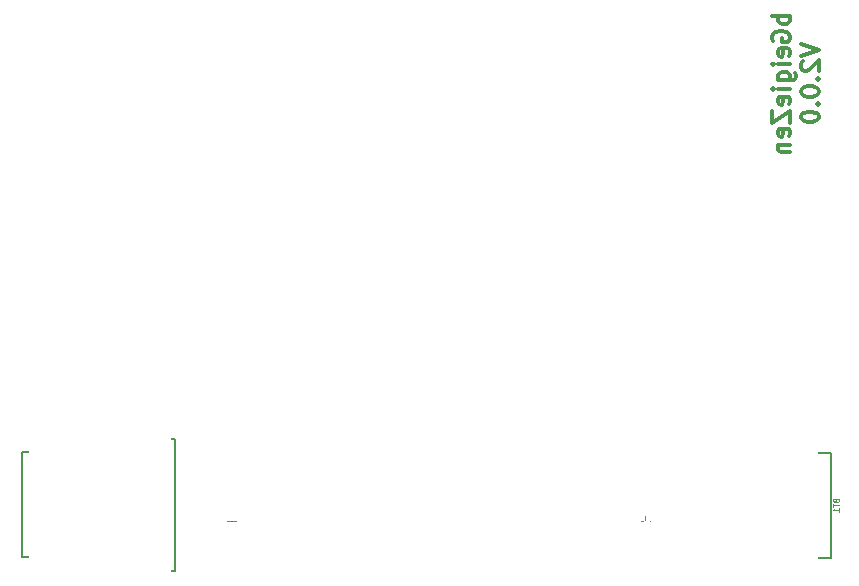
<source format=gbo>
G04 #@! TF.GenerationSoftware,KiCad,Pcbnew,6.99.0-unknown-fe82f2dd40~146~ubuntu20.04.1*
G04 #@! TF.CreationDate,2022-02-10T10:32:34+09:00*
G04 #@! TF.ProjectId,bGeigieZen V2,62476569-6769-4655-9a65-6e2056322e6b,V2.0.0*
G04 #@! TF.SameCoordinates,Original*
G04 #@! TF.FileFunction,Legend,Bot*
G04 #@! TF.FilePolarity,Positive*
%FSLAX46Y46*%
G04 Gerber Fmt 4.6, Leading zero omitted, Abs format (unit mm)*
G04 Created by KiCad (PCBNEW 6.99.0-unknown-fe82f2dd40~146~ubuntu20.04.1) date 2022-02-10 10:32:34*
%MOMM*%
%LPD*%
G01*
G04 APERTURE LIST*
%ADD10C,0.300000*%
%ADD11C,0.050000*%
%ADD12C,0.203200*%
%ADD13C,1.879600*%
%ADD14C,3.200000*%
%ADD15R,1.700000X1.700000*%
%ADD16O,1.700000X1.700000*%
%ADD17C,3.203200*%
%ADD18R,1.800000X1.717500*%
%ADD19O,1.800000X1.717500*%
%ADD20C,1.700000*%
%ADD21C,2.743200*%
%ADD22R,12.000000X12.000000*%
G04 APERTURE END LIST*
D10*
X208099171Y-75696285D02*
X206599171Y-75696285D01*
X207170600Y-75696285D02*
X207099171Y-75839143D01*
X207099171Y-75839143D02*
X207099171Y-76124857D01*
X207099171Y-76124857D02*
X207170600Y-76267714D01*
X207170600Y-76267714D02*
X207242028Y-76339143D01*
X207242028Y-76339143D02*
X207384885Y-76410571D01*
X207384885Y-76410571D02*
X207813457Y-76410571D01*
X207813457Y-76410571D02*
X207956314Y-76339143D01*
X207956314Y-76339143D02*
X208027742Y-76267714D01*
X208027742Y-76267714D02*
X208099171Y-76124857D01*
X208099171Y-76124857D02*
X208099171Y-75839143D01*
X208099171Y-75839143D02*
X208027742Y-75696285D01*
X206670600Y-77839143D02*
X206599171Y-77696286D01*
X206599171Y-77696286D02*
X206599171Y-77482000D01*
X206599171Y-77482000D02*
X206670600Y-77267714D01*
X206670600Y-77267714D02*
X206813457Y-77124857D01*
X206813457Y-77124857D02*
X206956314Y-77053428D01*
X206956314Y-77053428D02*
X207242028Y-76982000D01*
X207242028Y-76982000D02*
X207456314Y-76982000D01*
X207456314Y-76982000D02*
X207742028Y-77053428D01*
X207742028Y-77053428D02*
X207884885Y-77124857D01*
X207884885Y-77124857D02*
X208027742Y-77267714D01*
X208027742Y-77267714D02*
X208099171Y-77482000D01*
X208099171Y-77482000D02*
X208099171Y-77624857D01*
X208099171Y-77624857D02*
X208027742Y-77839143D01*
X208027742Y-77839143D02*
X207956314Y-77910571D01*
X207956314Y-77910571D02*
X207456314Y-77910571D01*
X207456314Y-77910571D02*
X207456314Y-77624857D01*
X208027742Y-79124857D02*
X208099171Y-78982000D01*
X208099171Y-78982000D02*
X208099171Y-78696286D01*
X208099171Y-78696286D02*
X208027742Y-78553428D01*
X208027742Y-78553428D02*
X207884885Y-78482000D01*
X207884885Y-78482000D02*
X207313457Y-78482000D01*
X207313457Y-78482000D02*
X207170600Y-78553428D01*
X207170600Y-78553428D02*
X207099171Y-78696286D01*
X207099171Y-78696286D02*
X207099171Y-78982000D01*
X207099171Y-78982000D02*
X207170600Y-79124857D01*
X207170600Y-79124857D02*
X207313457Y-79196286D01*
X207313457Y-79196286D02*
X207456314Y-79196286D01*
X207456314Y-79196286D02*
X207599171Y-78482000D01*
X208099171Y-79839142D02*
X207099171Y-79839142D01*
X206599171Y-79839142D02*
X206670600Y-79767714D01*
X206670600Y-79767714D02*
X206742028Y-79839142D01*
X206742028Y-79839142D02*
X206670600Y-79910571D01*
X206670600Y-79910571D02*
X206599171Y-79839142D01*
X206599171Y-79839142D02*
X206742028Y-79839142D01*
X207099171Y-81196286D02*
X208313457Y-81196286D01*
X208313457Y-81196286D02*
X208456314Y-81124857D01*
X208456314Y-81124857D02*
X208527742Y-81053428D01*
X208527742Y-81053428D02*
X208599171Y-80910571D01*
X208599171Y-80910571D02*
X208599171Y-80696286D01*
X208599171Y-80696286D02*
X208527742Y-80553428D01*
X208027742Y-81196286D02*
X208099171Y-81053428D01*
X208099171Y-81053428D02*
X208099171Y-80767714D01*
X208099171Y-80767714D02*
X208027742Y-80624857D01*
X208027742Y-80624857D02*
X207956314Y-80553428D01*
X207956314Y-80553428D02*
X207813457Y-80482000D01*
X207813457Y-80482000D02*
X207384885Y-80482000D01*
X207384885Y-80482000D02*
X207242028Y-80553428D01*
X207242028Y-80553428D02*
X207170600Y-80624857D01*
X207170600Y-80624857D02*
X207099171Y-80767714D01*
X207099171Y-80767714D02*
X207099171Y-81053428D01*
X207099171Y-81053428D02*
X207170600Y-81196286D01*
X208099171Y-81910571D02*
X207099171Y-81910571D01*
X206599171Y-81910571D02*
X206670600Y-81839143D01*
X206670600Y-81839143D02*
X206742028Y-81910571D01*
X206742028Y-81910571D02*
X206670600Y-81982000D01*
X206670600Y-81982000D02*
X206599171Y-81910571D01*
X206599171Y-81910571D02*
X206742028Y-81910571D01*
X208027742Y-83196286D02*
X208099171Y-83053429D01*
X208099171Y-83053429D02*
X208099171Y-82767715D01*
X208099171Y-82767715D02*
X208027742Y-82624857D01*
X208027742Y-82624857D02*
X207884885Y-82553429D01*
X207884885Y-82553429D02*
X207313457Y-82553429D01*
X207313457Y-82553429D02*
X207170600Y-82624857D01*
X207170600Y-82624857D02*
X207099171Y-82767715D01*
X207099171Y-82767715D02*
X207099171Y-83053429D01*
X207099171Y-83053429D02*
X207170600Y-83196286D01*
X207170600Y-83196286D02*
X207313457Y-83267715D01*
X207313457Y-83267715D02*
X207456314Y-83267715D01*
X207456314Y-83267715D02*
X207599171Y-82553429D01*
X206599171Y-83767714D02*
X206599171Y-84767714D01*
X206599171Y-84767714D02*
X208099171Y-83767714D01*
X208099171Y-83767714D02*
X208099171Y-84767714D01*
X208027742Y-85910571D02*
X208099171Y-85767714D01*
X208099171Y-85767714D02*
X208099171Y-85482000D01*
X208099171Y-85482000D02*
X208027742Y-85339142D01*
X208027742Y-85339142D02*
X207884885Y-85267714D01*
X207884885Y-85267714D02*
X207313457Y-85267714D01*
X207313457Y-85267714D02*
X207170600Y-85339142D01*
X207170600Y-85339142D02*
X207099171Y-85482000D01*
X207099171Y-85482000D02*
X207099171Y-85767714D01*
X207099171Y-85767714D02*
X207170600Y-85910571D01*
X207170600Y-85910571D02*
X207313457Y-85982000D01*
X207313457Y-85982000D02*
X207456314Y-85982000D01*
X207456314Y-85982000D02*
X207599171Y-85267714D01*
X207099171Y-86624856D02*
X208099171Y-86624856D01*
X207242028Y-86624856D02*
X207170600Y-86696285D01*
X207170600Y-86696285D02*
X207099171Y-86839142D01*
X207099171Y-86839142D02*
X207099171Y-87053428D01*
X207099171Y-87053428D02*
X207170600Y-87196285D01*
X207170600Y-87196285D02*
X207313457Y-87267714D01*
X207313457Y-87267714D02*
X208099171Y-87267714D01*
X209029171Y-78124858D02*
X210529171Y-78624858D01*
X210529171Y-78624858D02*
X209029171Y-79124858D01*
X209172028Y-79553429D02*
X209100600Y-79624857D01*
X209100600Y-79624857D02*
X209029171Y-79767715D01*
X209029171Y-79767715D02*
X209029171Y-80124857D01*
X209029171Y-80124857D02*
X209100600Y-80267715D01*
X209100600Y-80267715D02*
X209172028Y-80339143D01*
X209172028Y-80339143D02*
X209314885Y-80410572D01*
X209314885Y-80410572D02*
X209457742Y-80410572D01*
X209457742Y-80410572D02*
X209672028Y-80339143D01*
X209672028Y-80339143D02*
X210529171Y-79482000D01*
X210529171Y-79482000D02*
X210529171Y-80410572D01*
X210386314Y-81053428D02*
X210457742Y-81124857D01*
X210457742Y-81124857D02*
X210529171Y-81053428D01*
X210529171Y-81053428D02*
X210457742Y-80982000D01*
X210457742Y-80982000D02*
X210386314Y-81053428D01*
X210386314Y-81053428D02*
X210529171Y-81053428D01*
X209029171Y-82053429D02*
X209029171Y-82196286D01*
X209029171Y-82196286D02*
X209100600Y-82339143D01*
X209100600Y-82339143D02*
X209172028Y-82410572D01*
X209172028Y-82410572D02*
X209314885Y-82482000D01*
X209314885Y-82482000D02*
X209600600Y-82553429D01*
X209600600Y-82553429D02*
X209957742Y-82553429D01*
X209957742Y-82553429D02*
X210243457Y-82482000D01*
X210243457Y-82482000D02*
X210386314Y-82410572D01*
X210386314Y-82410572D02*
X210457742Y-82339143D01*
X210457742Y-82339143D02*
X210529171Y-82196286D01*
X210529171Y-82196286D02*
X210529171Y-82053429D01*
X210529171Y-82053429D02*
X210457742Y-81910572D01*
X210457742Y-81910572D02*
X210386314Y-81839143D01*
X210386314Y-81839143D02*
X210243457Y-81767714D01*
X210243457Y-81767714D02*
X209957742Y-81696286D01*
X209957742Y-81696286D02*
X209600600Y-81696286D01*
X209600600Y-81696286D02*
X209314885Y-81767714D01*
X209314885Y-81767714D02*
X209172028Y-81839143D01*
X209172028Y-81839143D02*
X209100600Y-81910572D01*
X209100600Y-81910572D02*
X209029171Y-82053429D01*
X210386314Y-83196285D02*
X210457742Y-83267714D01*
X210457742Y-83267714D02*
X210529171Y-83196285D01*
X210529171Y-83196285D02*
X210457742Y-83124857D01*
X210457742Y-83124857D02*
X210386314Y-83196285D01*
X210386314Y-83196285D02*
X210529171Y-83196285D01*
X209029171Y-84196286D02*
X209029171Y-84339143D01*
X209029171Y-84339143D02*
X209100600Y-84482000D01*
X209100600Y-84482000D02*
X209172028Y-84553429D01*
X209172028Y-84553429D02*
X209314885Y-84624857D01*
X209314885Y-84624857D02*
X209600600Y-84696286D01*
X209600600Y-84696286D02*
X209957742Y-84696286D01*
X209957742Y-84696286D02*
X210243457Y-84624857D01*
X210243457Y-84624857D02*
X210386314Y-84553429D01*
X210386314Y-84553429D02*
X210457742Y-84482000D01*
X210457742Y-84482000D02*
X210529171Y-84339143D01*
X210529171Y-84339143D02*
X210529171Y-84196286D01*
X210529171Y-84196286D02*
X210457742Y-84053429D01*
X210457742Y-84053429D02*
X210386314Y-83982000D01*
X210386314Y-83982000D02*
X210243457Y-83910571D01*
X210243457Y-83910571D02*
X209957742Y-83839143D01*
X209957742Y-83839143D02*
X209600600Y-83839143D01*
X209600600Y-83839143D02*
X209314885Y-83910571D01*
X209314885Y-83910571D02*
X209172028Y-83982000D01*
X209172028Y-83982000D02*
X209100600Y-84053429D01*
X209100600Y-84053429D02*
X209029171Y-84196286D01*
D11*
X211985114Y-116762857D02*
X212007971Y-116831429D01*
X212007971Y-116831429D02*
X212030828Y-116854286D01*
X212030828Y-116854286D02*
X212076542Y-116877143D01*
X212076542Y-116877143D02*
X212145114Y-116877143D01*
X212145114Y-116877143D02*
X212190828Y-116854286D01*
X212190828Y-116854286D02*
X212213685Y-116831429D01*
X212213685Y-116831429D02*
X212236542Y-116785714D01*
X212236542Y-116785714D02*
X212236542Y-116602857D01*
X212236542Y-116602857D02*
X211756542Y-116602857D01*
X211756542Y-116602857D02*
X211756542Y-116762857D01*
X211756542Y-116762857D02*
X211779400Y-116808572D01*
X211779400Y-116808572D02*
X211802257Y-116831429D01*
X211802257Y-116831429D02*
X211847971Y-116854286D01*
X211847971Y-116854286D02*
X211893685Y-116854286D01*
X211893685Y-116854286D02*
X211939400Y-116831429D01*
X211939400Y-116831429D02*
X211962257Y-116808572D01*
X211962257Y-116808572D02*
X211985114Y-116762857D01*
X211985114Y-116762857D02*
X211985114Y-116602857D01*
X211756542Y-117014286D02*
X211756542Y-117288572D01*
X212236542Y-117151429D02*
X211756542Y-117151429D01*
X212236542Y-117700000D02*
X212236542Y-117425714D01*
X212236542Y-117562857D02*
X211756542Y-117562857D01*
X211756542Y-117562857D02*
X211825114Y-117517143D01*
X211825114Y-117517143D02*
X211870828Y-117471428D01*
X211870828Y-117471428D02*
X211893685Y-117425714D01*
X204669942Y-115544571D02*
X204669942Y-115841714D01*
X204669942Y-115841714D02*
X204852800Y-115681714D01*
X204852800Y-115681714D02*
X204852800Y-115750285D01*
X204852800Y-115750285D02*
X204875657Y-115796000D01*
X204875657Y-115796000D02*
X204898514Y-115818857D01*
X204898514Y-115818857D02*
X204944228Y-115841714D01*
X204944228Y-115841714D02*
X205058514Y-115841714D01*
X205058514Y-115841714D02*
X205104228Y-115818857D01*
X205104228Y-115818857D02*
X205127085Y-115796000D01*
X205127085Y-115796000D02*
X205149942Y-115750285D01*
X205149942Y-115750285D02*
X205149942Y-115613142D01*
X205149942Y-115613142D02*
X205127085Y-115567428D01*
X205127085Y-115567428D02*
X205104228Y-115544571D01*
X205104228Y-116047428D02*
X205127085Y-116070285D01*
X205127085Y-116070285D02*
X205149942Y-116047428D01*
X205149942Y-116047428D02*
X205127085Y-116024571D01*
X205127085Y-116024571D02*
X205104228Y-116047428D01*
X205104228Y-116047428D02*
X205149942Y-116047428D01*
X204669942Y-116230285D02*
X204669942Y-116550285D01*
X204669942Y-116550285D02*
X205149942Y-116344571D01*
X204669942Y-116952571D02*
X205149942Y-117112571D01*
X205149942Y-117112571D02*
X204669942Y-117272571D01*
X205149942Y-117949143D02*
X205149942Y-117720571D01*
X205149942Y-117720571D02*
X204669942Y-117720571D01*
X205149942Y-118109142D02*
X204829942Y-118109142D01*
X204669942Y-118109142D02*
X204692800Y-118086285D01*
X204692800Y-118086285D02*
X204715657Y-118109142D01*
X204715657Y-118109142D02*
X204692800Y-118131999D01*
X204692800Y-118131999D02*
X204669942Y-118109142D01*
X204669942Y-118109142D02*
X204715657Y-118109142D01*
X204829942Y-118337713D02*
X205309942Y-118337713D01*
X204852800Y-118337713D02*
X204829942Y-118383428D01*
X204829942Y-118383428D02*
X204829942Y-118474856D01*
X204829942Y-118474856D02*
X204852800Y-118520570D01*
X204852800Y-118520570D02*
X204875657Y-118543428D01*
X204875657Y-118543428D02*
X204921371Y-118566285D01*
X204921371Y-118566285D02*
X205058514Y-118566285D01*
X205058514Y-118566285D02*
X205104228Y-118543428D01*
X205104228Y-118543428D02*
X205127085Y-118520570D01*
X205127085Y-118520570D02*
X205149942Y-118474856D01*
X205149942Y-118474856D02*
X205149942Y-118383428D01*
X205149942Y-118383428D02*
X205127085Y-118337713D01*
X205149942Y-118840571D02*
X205127085Y-118794856D01*
X205127085Y-118794856D02*
X205104228Y-118771999D01*
X205104228Y-118771999D02*
X205058514Y-118749142D01*
X205058514Y-118749142D02*
X204921371Y-118749142D01*
X204921371Y-118749142D02*
X204875657Y-118771999D01*
X204875657Y-118771999D02*
X204852800Y-118794856D01*
X204852800Y-118794856D02*
X204829942Y-118840571D01*
X204829942Y-118840571D02*
X204829942Y-118909142D01*
X204829942Y-118909142D02*
X204852800Y-118954856D01*
X204852800Y-118954856D02*
X204875657Y-118977714D01*
X204875657Y-118977714D02*
X204921371Y-119000571D01*
X204921371Y-119000571D02*
X205058514Y-119000571D01*
X205058514Y-119000571D02*
X205104228Y-118977714D01*
X205104228Y-118977714D02*
X205127085Y-118954856D01*
X205127085Y-118954856D02*
X205149942Y-118909142D01*
X205149942Y-118909142D02*
X205149942Y-118840571D01*
X196220551Y-118481428D02*
X195458647Y-118481428D01*
X195839599Y-118862380D02*
X195839599Y-118100476D01*
X161168551Y-118481428D02*
X160406647Y-118481428D01*
D12*
X211542400Y-121595000D02*
X211542400Y-112705000D01*
X211542400Y-112705000D02*
X208062600Y-112705000D01*
X208062600Y-122712600D02*
X208062600Y-121595000D01*
X208062600Y-121595000D02*
X211542400Y-121595000D01*
X208062600Y-112705000D02*
X208062600Y-111587400D01*
X208062600Y-111587400D02*
X198527600Y-111587400D01*
X198527600Y-122712600D02*
X208062600Y-122712600D01*
X198527600Y-111587400D02*
X198527600Y-122712600D01*
X156067600Y-122692600D02*
X156067600Y-111567400D01*
X156067600Y-111567400D02*
X146532600Y-111567400D01*
X146532600Y-122692600D02*
X156067600Y-122692600D01*
X146532600Y-121575000D02*
X146532600Y-122692600D01*
X146532600Y-112685000D02*
X143052800Y-112685000D01*
X146532600Y-111567400D02*
X146532600Y-112685000D01*
X143052800Y-121575000D02*
X146532600Y-121575000D01*
X143052800Y-112685000D02*
X143052800Y-121575000D01*
%LPC*%
D13*
X194919600Y-82752000D03*
X194919600Y-72592000D03*
D14*
X90652600Y-125932000D03*
D15*
X210032999Y-90498999D03*
D16*
X207492999Y-90498999D03*
D15*
X152984599Y-98499999D03*
D16*
X152984599Y-95959999D03*
X152984599Y-93419999D03*
X152984599Y-90879999D03*
X152984599Y-88339999D03*
X152984599Y-85799999D03*
D13*
X187505600Y-73838000D03*
X184505600Y-73838000D03*
X181505600Y-73838000D03*
D17*
X190755600Y-73838000D03*
X178255600Y-73838000D03*
D13*
X204317600Y-78942000D03*
X204317600Y-76402000D03*
D14*
X200645000Y-88980000D03*
X171717600Y-125932000D03*
D15*
X210032999Y-106119999D03*
D16*
X207492999Y-106119999D03*
D14*
X101608000Y-77830000D03*
D13*
X201269600Y-82752000D03*
X201269600Y-72592000D03*
D14*
X171517600Y-71940000D03*
D15*
X159477599Y-106924999D03*
D16*
X159477599Y-104384999D03*
D13*
X198221600Y-72592000D03*
X198221600Y-82752000D03*
D15*
X191067599Y-90469999D03*
D16*
X193607599Y-90469999D03*
X196147599Y-90469999D03*
D15*
X207107999Y-95329999D03*
D16*
X207107999Y-97869999D03*
X207107999Y-100409999D03*
D18*
X189712599Y-79449999D03*
D19*
X189712599Y-81739999D03*
X189712599Y-84029999D03*
D15*
X185013999Y-106246999D03*
D16*
X182473999Y-106246999D03*
D20*
X165470600Y-116793000D03*
D16*
X165470599Y-114252999D03*
X168010599Y-116792999D03*
X168010599Y-114252999D03*
X170550599Y-116792999D03*
X170550599Y-114252999D03*
X173090599Y-116792999D03*
X173090599Y-114252999D03*
X175630599Y-116792999D03*
X175630599Y-114252999D03*
X178170599Y-116792999D03*
X178170599Y-114252999D03*
X180710599Y-116792999D03*
X180710599Y-114252999D03*
X183250599Y-116792999D03*
X183250599Y-114252999D03*
X185790599Y-116792999D03*
X185790599Y-114252999D03*
X188330599Y-116792999D03*
X188330599Y-114252999D03*
X190870599Y-116792999D03*
X190870599Y-114252999D03*
X193410599Y-116792999D03*
X193410599Y-114252999D03*
X195950599Y-116792999D03*
X195950599Y-114252999D03*
D14*
X208767600Y-71940000D03*
X90652600Y-71940000D03*
X101737600Y-121560000D03*
X208636000Y-125932000D03*
D20*
X165485600Y-121878000D03*
D16*
X165485599Y-119337999D03*
X168025599Y-121877999D03*
X168025599Y-119337999D03*
X170565599Y-121877999D03*
X170565599Y-119337999D03*
X173105599Y-121877999D03*
X173105599Y-119337999D03*
X175645599Y-121877999D03*
X175645599Y-119337999D03*
X178185599Y-121877999D03*
X178185599Y-119337999D03*
X180725599Y-121877999D03*
X180725599Y-119337999D03*
X183265599Y-121877999D03*
X183265599Y-119337999D03*
X185805599Y-121877999D03*
X185805599Y-119337999D03*
X188345599Y-121877999D03*
X188345599Y-119337999D03*
X190885599Y-121877999D03*
X190885599Y-119337999D03*
X193425599Y-121877999D03*
X193425599Y-119337999D03*
X195965599Y-121877999D03*
X195965599Y-119337999D03*
D15*
X182727599Y-90244999D03*
D16*
X185267599Y-90244999D03*
D21*
X207925600Y-117150000D03*
D22*
X204497599Y-117149999D03*
X149697599Y-116939999D03*
D21*
X146669600Y-117130000D03*
X153417600Y-114590000D03*
X153417600Y-119670000D03*
X201177600Y-114610000D03*
X201177600Y-119690000D03*
D14*
X176134000Y-94441000D03*
M02*

</source>
